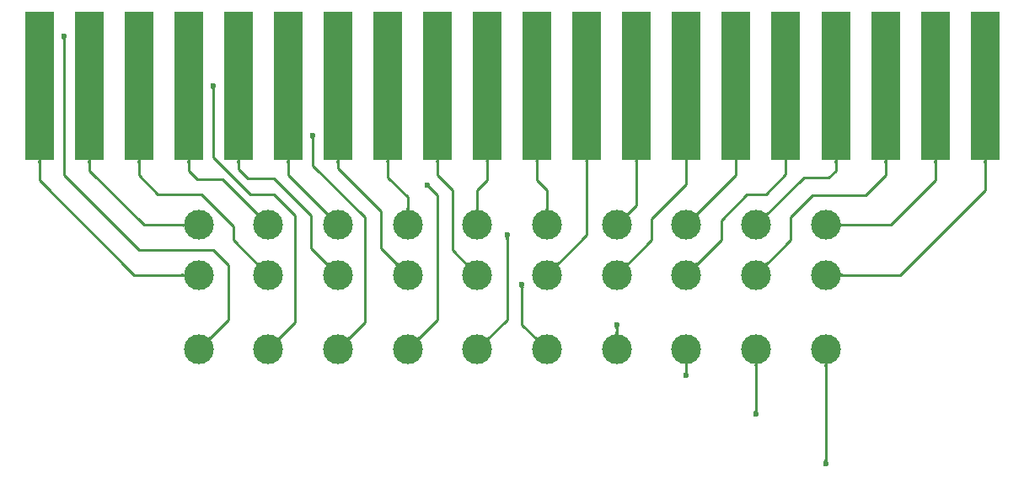
<source format=gbl>
G04*
G04 #@! TF.GenerationSoftware,Altium Limited,Altium Designer,21.3.2 (30)*
G04*
G04 Layer_Physical_Order=2*
G04 Layer_Color=16711680*
%FSLAX25Y25*%
%MOIN*%
G70*
G04*
G04 #@! TF.SameCoordinates,6AE65C0D-1D2A-47B7-BFB0-4F28CD664EAD*
G04*
G04*
G04 #@! TF.FilePolarity,Positive*
G04*
G01*
G75*
%ADD12C,0.02362*%
%ADD13C,0.11811*%
%ADD14R,0.11811X0.59055*%
%ADD15C,0.01000*%
G36*
X16513Y178223D02*
X16457Y178150D01*
X16408Y178072D01*
X16366Y177987D01*
X16330Y177896D01*
X16300Y177800D01*
X16277Y177698D01*
X16261Y177589D01*
X16251Y177475D01*
X16248Y177355D01*
X15248D01*
X15245Y177475D01*
X15235Y177589D01*
X15219Y177698D01*
X15196Y177800D01*
X15166Y177896D01*
X15130Y177987D01*
X15088Y178072D01*
X15039Y178150D01*
X14983Y178223D01*
X14921Y178290D01*
X16575D01*
X16513Y178223D01*
D02*
G37*
G36*
X75568Y158538D02*
X75512Y158465D01*
X75463Y158387D01*
X75421Y158302D01*
X75385Y158211D01*
X75355Y158115D01*
X75333Y158013D01*
X75316Y157904D01*
X75306Y157790D01*
X75303Y157670D01*
X74303D01*
X74300Y157790D01*
X74290Y157904D01*
X74274Y158013D01*
X74251Y158115D01*
X74221Y158211D01*
X74186Y158302D01*
X74143Y158387D01*
X74094Y158465D01*
X74038Y158538D01*
X73976Y158605D01*
X75630D01*
X75568Y158538D01*
D02*
G37*
G36*
X114938Y138853D02*
X114882Y138780D01*
X114833Y138702D01*
X114791Y138617D01*
X114755Y138526D01*
X114725Y138430D01*
X114703Y138328D01*
X114686Y138219D01*
X114676Y138105D01*
X114673Y137985D01*
X113673D01*
X113670Y138105D01*
X113660Y138219D01*
X113644Y138328D01*
X113621Y138430D01*
X113592Y138526D01*
X113556Y138617D01*
X113513Y138702D01*
X113464Y138780D01*
X113409Y138853D01*
X113347Y138920D01*
X115000D01*
X114938Y138853D01*
D02*
G37*
G36*
X105236Y129935D02*
X105151Y129905D01*
X105076Y129854D01*
X105011Y129783D01*
X104956Y129692D01*
X104911Y129581D01*
X104876Y129449D01*
X104851Y129298D01*
X104836Y129125D01*
X104831Y128933D01*
X103831D01*
X103826Y129125D01*
X103811Y129298D01*
X103786Y129449D01*
X103751Y129581D01*
X103706Y129692D01*
X103651Y129783D01*
X103586Y129854D01*
X103511Y129905D01*
X103426Y129935D01*
X103331Y129945D01*
X105331D01*
X105236Y129935D01*
D02*
G37*
G36*
X85551D02*
X85466Y129905D01*
X85391Y129854D01*
X85326Y129783D01*
X85271Y129692D01*
X85226Y129581D01*
X85191Y129449D01*
X85166Y129298D01*
X85151Y129125D01*
X85146Y128933D01*
X84146D01*
X84141Y129125D01*
X84126Y129298D01*
X84101Y129449D01*
X84066Y129581D01*
X84021Y129692D01*
X83966Y129783D01*
X83901Y129854D01*
X83826Y129905D01*
X83741Y129935D01*
X83646Y129945D01*
X85646D01*
X85551Y129935D01*
D02*
G37*
G36*
X65866D02*
X65781Y129905D01*
X65706Y129854D01*
X65641Y129783D01*
X65586Y129692D01*
X65541Y129581D01*
X65506Y129449D01*
X65481Y129298D01*
X65466Y129125D01*
X65461Y128933D01*
X64461D01*
X64456Y129125D01*
X64441Y129298D01*
X64416Y129449D01*
X64381Y129581D01*
X64336Y129692D01*
X64281Y129783D01*
X64216Y129854D01*
X64141Y129905D01*
X64056Y129935D01*
X63961Y129945D01*
X65961D01*
X65866Y129935D01*
D02*
G37*
G36*
X46181D02*
X46096Y129905D01*
X46021Y129854D01*
X45956Y129783D01*
X45901Y129692D01*
X45856Y129581D01*
X45821Y129449D01*
X45796Y129298D01*
X45781Y129125D01*
X45776Y128933D01*
X44776D01*
X44771Y129125D01*
X44756Y129298D01*
X44731Y129449D01*
X44696Y129581D01*
X44651Y129692D01*
X44596Y129783D01*
X44531Y129854D01*
X44456Y129905D01*
X44371Y129935D01*
X44276Y129945D01*
X46276D01*
X46181Y129935D01*
D02*
G37*
G36*
X26496D02*
X26411Y129905D01*
X26336Y129854D01*
X26271Y129783D01*
X26216Y129692D01*
X26171Y129581D01*
X26136Y129449D01*
X26111Y129298D01*
X26096Y129125D01*
X26091Y128933D01*
X25091D01*
X25086Y129125D01*
X25071Y129298D01*
X25046Y129449D01*
X25011Y129581D01*
X24966Y129692D01*
X24911Y129783D01*
X24846Y129854D01*
X24771Y129905D01*
X24686Y129935D01*
X24591Y129945D01*
X26591D01*
X26496Y129935D01*
D02*
G37*
G36*
X6810D02*
X6725Y129905D01*
X6650Y129854D01*
X6585Y129783D01*
X6531Y129692D01*
X6486Y129581D01*
X6451Y129449D01*
X6425Y129298D01*
X6410Y129125D01*
X6406Y128933D01*
X5406D01*
X5401Y129125D01*
X5385Y129298D01*
X5361Y129449D01*
X5325Y129581D01*
X5280Y129692D01*
X5226Y129783D01*
X5161Y129854D01*
X5085Y129905D01*
X5001Y129935D01*
X4905Y129945D01*
X6905D01*
X6810Y129935D01*
D02*
G37*
G36*
X92078Y109424D02*
X92208Y109315D01*
X92332Y109226D01*
X92451Y109156D01*
X92565Y109107D01*
X92672Y109077D01*
X92775Y109066D01*
X92871Y109076D01*
X92963Y109105D01*
X93048Y109153D01*
X91634Y107739D01*
X91683Y107825D01*
X91712Y107916D01*
X91721Y108013D01*
X91711Y108115D01*
X91681Y108223D01*
X91631Y108336D01*
X91562Y108455D01*
X91473Y108580D01*
X91364Y108710D01*
X91235Y108845D01*
X91942Y109552D01*
X92078Y109424D01*
D02*
G37*
G36*
X63077Y103331D02*
X63051Y103426D01*
X63007Y103511D01*
X62946Y103586D01*
X62866Y103651D01*
X62768Y103706D01*
X62653Y103751D01*
X62520Y103786D01*
X62369Y103811D01*
X62200Y103826D01*
X62013Y103831D01*
Y104831D01*
X62200Y104836D01*
X62369Y104851D01*
X62520Y104876D01*
X62653Y104911D01*
X62768Y104956D01*
X62866Y105011D01*
X62946Y105076D01*
X63007Y105151D01*
X63051Y105236D01*
X63077Y105331D01*
Y103331D01*
D02*
G37*
G36*
X92078Y89739D02*
X92208Y89630D01*
X92332Y89541D01*
X92451Y89471D01*
X92565Y89422D01*
X92672Y89392D01*
X92775Y89381D01*
X92871Y89391D01*
X92963Y89420D01*
X93048Y89468D01*
X91634Y88054D01*
X91683Y88140D01*
X91712Y88231D01*
X91721Y88328D01*
X91711Y88430D01*
X91681Y88538D01*
X91631Y88651D01*
X91562Y88770D01*
X91473Y88894D01*
X91364Y89025D01*
X91235Y89160D01*
X91942Y89867D01*
X92078Y89739D01*
D02*
G37*
G36*
X63077Y83646D02*
X63051Y83741D01*
X63007Y83826D01*
X62946Y83901D01*
X62866Y83966D01*
X62768Y84021D01*
X62653Y84066D01*
X62520Y84101D01*
X62369Y84126D01*
X62200Y84141D01*
X62013Y84146D01*
Y85146D01*
X62200Y85151D01*
X62369Y85166D01*
X62520Y85191D01*
X62653Y85226D01*
X62768Y85271D01*
X62866Y85326D01*
X62946Y85391D01*
X63007Y85466D01*
X63051Y85551D01*
X63077Y85646D01*
Y83646D01*
D02*
G37*
G36*
X101678Y59632D02*
X101550Y59497D01*
X101441Y59367D01*
X101352Y59242D01*
X101282Y59123D01*
X101233Y59010D01*
X101203Y58902D01*
X101192Y58800D01*
X101202Y58703D01*
X101231Y58612D01*
X101279Y58526D01*
X99865Y59941D01*
X99951Y59892D01*
X100042Y59863D01*
X100139Y59854D01*
X100241Y59864D01*
X100349Y59894D01*
X100462Y59944D01*
X100581Y60013D01*
X100706Y60102D01*
X100836Y60211D01*
X100971Y60340D01*
X101678Y59632D01*
D02*
G37*
G36*
X74119D02*
X73991Y59497D01*
X73882Y59367D01*
X73793Y59242D01*
X73723Y59123D01*
X73674Y59010D01*
X73643Y58902D01*
X73633Y58800D01*
X73642Y58703D01*
X73672Y58612D01*
X73720Y58526D01*
X72306Y59941D01*
X72392Y59892D01*
X72483Y59863D01*
X72580Y59854D01*
X72682Y59864D01*
X72790Y59894D01*
X72903Y59944D01*
X73022Y60013D01*
X73146Y60102D01*
X73277Y60211D01*
X73412Y60340D01*
X74119Y59632D01*
D02*
G37*
G36*
X129237D02*
X129109Y59497D01*
X129000Y59367D01*
X128911Y59242D01*
X128841Y59123D01*
X128792Y59010D01*
X128762Y58902D01*
X128751Y58800D01*
X128761Y58703D01*
X128790Y58612D01*
X128838Y58526D01*
X127424Y59941D01*
X127510Y59892D01*
X127601Y59863D01*
X127698Y59854D01*
X127800Y59864D01*
X127908Y59894D01*
X128021Y59944D01*
X128140Y60013D01*
X128265Y60102D01*
X128395Y60211D01*
X128530Y60340D01*
X129237Y59632D01*
D02*
G37*
G36*
X119501Y89867D02*
X119637Y89739D01*
X119767Y89630D01*
X119891Y89541D01*
X120010Y89471D01*
X120124Y89422D01*
X120231Y89392D01*
X120334Y89381D01*
X120431Y89391D01*
X120522Y89420D01*
X120607Y89468D01*
X119193Y88054D01*
X119242Y88140D01*
X119271Y88231D01*
X119280Y88328D01*
X119270Y88430D01*
X119240Y88538D01*
X119190Y88651D01*
X119121Y88770D01*
X119032Y88894D01*
X118923Y89025D01*
X118794Y89160D01*
X119501Y89867D01*
D02*
G37*
G36*
X156796Y59632D02*
X156668Y59497D01*
X156559Y59367D01*
X156470Y59242D01*
X156401Y59123D01*
X156351Y59010D01*
X156321Y58902D01*
X156310Y58800D01*
X156320Y58703D01*
X156349Y58612D01*
X156397Y58526D01*
X154983Y59941D01*
X155069Y59892D01*
X155160Y59863D01*
X155257Y59854D01*
X155359Y59864D01*
X155467Y59894D01*
X155580Y59944D01*
X155699Y60013D01*
X155824Y60102D01*
X155954Y60211D01*
X156089Y60340D01*
X156796Y59632D01*
D02*
G37*
G36*
X147060Y89867D02*
X147196Y89739D01*
X147326Y89630D01*
X147450Y89541D01*
X147569Y89471D01*
X147683Y89422D01*
X147791Y89392D01*
X147893Y89381D01*
X147990Y89391D01*
X148081Y89420D01*
X148166Y89468D01*
X146752Y88054D01*
X146801Y88140D01*
X146830Y88231D01*
X146839Y88328D01*
X146829Y88430D01*
X146799Y88538D01*
X146749Y88651D01*
X146680Y88770D01*
X146591Y88894D01*
X146482Y89025D01*
X146353Y89160D01*
X147060Y89867D01*
D02*
G37*
G36*
X119501Y109552D02*
X119637Y109424D01*
X119767Y109315D01*
X119891Y109226D01*
X120010Y109156D01*
X120124Y109107D01*
X120231Y109077D01*
X120334Y109066D01*
X120431Y109076D01*
X120522Y109105D01*
X120607Y109153D01*
X119193Y107739D01*
X119242Y107825D01*
X119271Y107916D01*
X119280Y108013D01*
X119270Y108115D01*
X119240Y108223D01*
X119190Y108336D01*
X119121Y108455D01*
X119032Y108580D01*
X118923Y108710D01*
X118794Y108845D01*
X119501Y109552D01*
D02*
G37*
G36*
X123516Y128933D02*
X123511Y129125D01*
X123496Y129298D01*
X123471Y129449D01*
X123436Y129581D01*
X123391Y129692D01*
X123336Y129783D01*
X123271Y129854D01*
X123196Y129905D01*
X123111Y129935D01*
X123016Y129945D01*
X125016D01*
X124921Y129935D01*
X124836Y129905D01*
X124761Y129854D01*
X124696Y129783D01*
X124641Y129692D01*
X124596Y129581D01*
X124561Y129449D01*
X124536Y129298D01*
X124521Y129125D01*
X124516Y128933D01*
X123516D01*
D02*
G37*
G36*
X152075Y111215D02*
X152080Y111028D01*
X152095Y110859D01*
X152120Y110708D01*
X152155Y110575D01*
X152200Y110460D01*
X152255Y110362D01*
X152320Y110283D01*
X152395Y110221D01*
X152480Y110177D01*
X152575Y110151D01*
X150575D01*
X150670Y110177D01*
X150755Y110221D01*
X150830Y110283D01*
X150895Y110362D01*
X150950Y110460D01*
X150995Y110575D01*
X151030Y110708D01*
X151055Y110859D01*
X151070Y111028D01*
X151075Y111215D01*
X152075D01*
D02*
G37*
G36*
X143201Y128933D02*
X143196Y129125D01*
X143181Y129298D01*
X143156Y129449D01*
X143121Y129581D01*
X143076Y129692D01*
X143021Y129783D01*
X142956Y129854D01*
X142881Y129905D01*
X142796Y129935D01*
X142701Y129945D01*
X144701D01*
X144606Y129935D01*
X144521Y129905D01*
X144446Y129854D01*
X144381Y129783D01*
X144326Y129692D01*
X144281Y129581D01*
X144246Y129449D01*
X144221Y129298D01*
X144206Y129125D01*
X144201Y128933D01*
X143201D01*
D02*
G37*
G36*
X184355Y59632D02*
X184227Y59497D01*
X184118Y59367D01*
X184029Y59242D01*
X183959Y59123D01*
X183910Y59010D01*
X183880Y58902D01*
X183869Y58800D01*
X183879Y58703D01*
X183908Y58612D01*
X183957Y58526D01*
X182542Y59941D01*
X182628Y59892D01*
X182719Y59863D01*
X182816Y59854D01*
X182918Y59864D01*
X183026Y59894D01*
X183139Y59944D01*
X183258Y60013D01*
X183383Y60102D01*
X183513Y60211D01*
X183648Y60340D01*
X184355Y59632D01*
D02*
G37*
G36*
X174619Y89867D02*
X174755Y89739D01*
X174885Y89630D01*
X175010Y89541D01*
X175128Y89471D01*
X175242Y89422D01*
X175350Y89392D01*
X175452Y89381D01*
X175549Y89391D01*
X175640Y89420D01*
X175725Y89468D01*
X174311Y88054D01*
X174360Y88140D01*
X174389Y88231D01*
X174398Y88328D01*
X174388Y88430D01*
X174358Y88538D01*
X174308Y88651D01*
X174239Y88770D01*
X174150Y88894D01*
X174041Y89025D01*
X173912Y89160D01*
X174619Y89867D01*
D02*
G37*
G36*
X179634Y111215D02*
X179639Y111028D01*
X179654Y110859D01*
X179679Y110708D01*
X179714Y110575D01*
X179759Y110460D01*
X179814Y110362D01*
X179879Y110283D01*
X179954Y110221D01*
X180039Y110177D01*
X180134Y110151D01*
X178134D01*
X178229Y110177D01*
X178314Y110221D01*
X178389Y110283D01*
X178454Y110362D01*
X178509Y110460D01*
X178554Y110575D01*
X178589Y110708D01*
X178614Y110859D01*
X178629Y111028D01*
X178634Y111215D01*
X179634D01*
D02*
G37*
G36*
X190445Y98615D02*
X190442Y98735D01*
X190432Y98849D01*
X190416Y98957D01*
X190393Y99060D01*
X190363Y99156D01*
X190327Y99247D01*
X190285Y99331D01*
X190236Y99410D01*
X190180Y99483D01*
X190118Y99550D01*
X191772D01*
X191710Y99483D01*
X191654Y99410D01*
X191605Y99331D01*
X191562Y99247D01*
X191527Y99156D01*
X191497Y99060D01*
X191474Y98957D01*
X191458Y98849D01*
X191448Y98735D01*
X191445Y98615D01*
X190445D01*
D02*
G37*
G36*
X160353Y118467D02*
X160266Y118550D01*
X160178Y118624D01*
X160090Y118689D01*
X160002Y118745D01*
X159913Y118792D01*
X159823Y118831D01*
X159733Y118861D01*
X159643Y118882D01*
X159552Y118894D01*
X159461Y118898D01*
X160630Y120067D01*
X160633Y119976D01*
X160646Y119885D01*
X160667Y119794D01*
X160696Y119704D01*
X160735Y119615D01*
X160783Y119526D01*
X160839Y119438D01*
X160904Y119349D01*
X160977Y119262D01*
X161060Y119175D01*
X160353Y118467D01*
D02*
G37*
G36*
X162886Y128933D02*
X162881Y129125D01*
X162866Y129298D01*
X162841Y129449D01*
X162806Y129581D01*
X162761Y129692D01*
X162706Y129783D01*
X162641Y129854D01*
X162566Y129905D01*
X162481Y129935D01*
X162386Y129945D01*
X164386D01*
X164291Y129935D01*
X164206Y129905D01*
X164131Y129854D01*
X164066Y129783D01*
X164011Y129692D01*
X163966Y129581D01*
X163931Y129449D01*
X163906Y129298D01*
X163891Y129125D01*
X163886Y128933D01*
X162886D01*
D02*
G37*
G36*
X182571D02*
X182566Y129125D01*
X182551Y129298D01*
X182526Y129449D01*
X182491Y129581D01*
X182446Y129692D01*
X182391Y129783D01*
X182326Y129854D01*
X182251Y129905D01*
X182166Y129935D01*
X182071Y129945D01*
X184071D01*
X183976Y129935D01*
X183891Y129905D01*
X183816Y129854D01*
X183751Y129783D01*
X183696Y129692D01*
X183651Y129581D01*
X183616Y129449D01*
X183591Y129298D01*
X183576Y129125D01*
X183571Y128933D01*
X182571D01*
D02*
G37*
G36*
X380826Y129935D02*
X380741Y129905D01*
X380666Y129854D01*
X380601Y129783D01*
X380546Y129692D01*
X380501Y129581D01*
X380466Y129449D01*
X380441Y129298D01*
X380426Y129125D01*
X380421Y128933D01*
X379421D01*
X379416Y129125D01*
X379401Y129298D01*
X379376Y129449D01*
X379341Y129581D01*
X379296Y129692D01*
X379241Y129783D01*
X379176Y129854D01*
X379101Y129905D01*
X379016Y129935D01*
X378921Y129945D01*
X380921D01*
X380826Y129935D01*
D02*
G37*
G36*
X361141D02*
X361056Y129905D01*
X360981Y129854D01*
X360916Y129783D01*
X360861Y129692D01*
X360816Y129581D01*
X360781Y129449D01*
X360756Y129298D01*
X360741Y129125D01*
X360736Y128933D01*
X359736D01*
X359731Y129125D01*
X359716Y129298D01*
X359691Y129449D01*
X359656Y129581D01*
X359611Y129692D01*
X359556Y129783D01*
X359491Y129854D01*
X359416Y129905D01*
X359331Y129935D01*
X359236Y129945D01*
X361236D01*
X361141Y129935D01*
D02*
G37*
G36*
X341456D02*
X341371Y129905D01*
X341296Y129854D01*
X341231Y129783D01*
X341176Y129692D01*
X341131Y129581D01*
X341096Y129449D01*
X341071Y129298D01*
X341056Y129125D01*
X341051Y128933D01*
X340051D01*
X340046Y129125D01*
X340031Y129298D01*
X340006Y129449D01*
X339971Y129581D01*
X339926Y129692D01*
X339871Y129783D01*
X339806Y129854D01*
X339731Y129905D01*
X339646Y129935D01*
X339551Y129945D01*
X341551D01*
X341456Y129935D01*
D02*
G37*
G36*
X321771D02*
X321686Y129905D01*
X321611Y129854D01*
X321546Y129783D01*
X321491Y129692D01*
X321446Y129581D01*
X321411Y129449D01*
X321386Y129298D01*
X321371Y129125D01*
X321366Y128933D01*
X320366D01*
X320361Y129125D01*
X320346Y129298D01*
X320321Y129449D01*
X320286Y129581D01*
X320241Y129692D01*
X320186Y129783D01*
X320121Y129854D01*
X320046Y129905D01*
X319961Y129935D01*
X319866Y129945D01*
X321866D01*
X321771Y129935D01*
D02*
G37*
G36*
X302086D02*
X302001Y129905D01*
X301926Y129854D01*
X301861Y129783D01*
X301806Y129692D01*
X301761Y129581D01*
X301726Y129449D01*
X301701Y129298D01*
X301686Y129125D01*
X301681Y128933D01*
X300681D01*
X300676Y129125D01*
X300661Y129298D01*
X300636Y129449D01*
X300601Y129581D01*
X300556Y129692D01*
X300501Y129783D01*
X300436Y129854D01*
X300361Y129905D01*
X300276Y129935D01*
X300181Y129945D01*
X302181D01*
X302086Y129935D01*
D02*
G37*
G36*
X282401D02*
X282316Y129905D01*
X282241Y129854D01*
X282176Y129783D01*
X282121Y129692D01*
X282076Y129581D01*
X282041Y129449D01*
X282016Y129298D01*
X282001Y129125D01*
X281996Y128933D01*
X280996D01*
X280991Y129125D01*
X280976Y129298D01*
X280951Y129449D01*
X280916Y129581D01*
X280871Y129692D01*
X280816Y129783D01*
X280751Y129854D01*
X280676Y129905D01*
X280591Y129935D01*
X280496Y129945D01*
X282496D01*
X282401Y129935D01*
D02*
G37*
G36*
X262716D02*
X262631Y129905D01*
X262556Y129854D01*
X262491Y129783D01*
X262436Y129692D01*
X262391Y129581D01*
X262356Y129449D01*
X262331Y129298D01*
X262316Y129125D01*
X262311Y128933D01*
X261311D01*
X261306Y129125D01*
X261291Y129298D01*
X261266Y129449D01*
X261231Y129581D01*
X261186Y129692D01*
X261131Y129783D01*
X261066Y129854D01*
X260991Y129905D01*
X260906Y129935D01*
X260811Y129945D01*
X262811D01*
X262716Y129935D01*
D02*
G37*
G36*
X243031D02*
X242946Y129905D01*
X242871Y129854D01*
X242806Y129783D01*
X242751Y129692D01*
X242706Y129581D01*
X242671Y129449D01*
X242646Y129298D01*
X242631Y129125D01*
X242626Y128933D01*
X241626D01*
X241621Y129125D01*
X241606Y129298D01*
X241581Y129449D01*
X241546Y129581D01*
X241501Y129692D01*
X241446Y129783D01*
X241381Y129854D01*
X241306Y129905D01*
X241221Y129935D01*
X241126Y129945D01*
X243126D01*
X243031Y129935D01*
D02*
G37*
G36*
X223346D02*
X223261Y129905D01*
X223186Y129854D01*
X223121Y129783D01*
X223066Y129692D01*
X223021Y129581D01*
X222986Y129449D01*
X222961Y129298D01*
X222946Y129125D01*
X222941Y128933D01*
X221941D01*
X221936Y129125D01*
X221921Y129298D01*
X221896Y129449D01*
X221861Y129581D01*
X221816Y129692D01*
X221761Y129783D01*
X221696Y129854D01*
X221621Y129905D01*
X221536Y129935D01*
X221441Y129945D01*
X223441D01*
X223346Y129935D01*
D02*
G37*
G36*
X203661D02*
X203576Y129905D01*
X203501Y129854D01*
X203436Y129783D01*
X203381Y129692D01*
X203336Y129581D01*
X203301Y129449D01*
X203276Y129298D01*
X203261Y129125D01*
X203256Y128933D01*
X202256D01*
X202251Y129125D01*
X202236Y129298D01*
X202211Y129449D01*
X202176Y129581D01*
X202131Y129692D01*
X202076Y129783D01*
X202011Y129854D01*
X201936Y129905D01*
X201851Y129935D01*
X201756Y129945D01*
X203756D01*
X203661Y129935D01*
D02*
G37*
G36*
X207198Y111028D02*
X207213Y110859D01*
X207238Y110708D01*
X207273Y110575D01*
X207318Y110460D01*
X207373Y110362D01*
X207438Y110283D01*
X207513Y110221D01*
X207598Y110177D01*
X207693Y110151D01*
X205693D01*
X205788Y110177D01*
X205873Y110221D01*
X205948Y110283D01*
X206013Y110362D01*
X206068Y110460D01*
X206113Y110575D01*
X206148Y110708D01*
X206173Y110859D01*
X206188Y111028D01*
X206193Y111215D01*
X207193D01*
X207198Y111028D01*
D02*
G37*
G36*
X294592Y108845D02*
X294463Y108710D01*
X294354Y108580D01*
X294265Y108455D01*
X294196Y108336D01*
X294146Y108223D01*
X294116Y108115D01*
X294106Y108013D01*
X294115Y107916D01*
X294144Y107825D01*
X294193Y107739D01*
X292778Y109153D01*
X292864Y109105D01*
X292955Y109076D01*
X293052Y109066D01*
X293154Y109077D01*
X293262Y109107D01*
X293375Y109156D01*
X293494Y109226D01*
X293619Y109315D01*
X293749Y109424D01*
X293884Y109552D01*
X294592Y108845D01*
D02*
G37*
G36*
X267033D02*
X266904Y108710D01*
X266795Y108580D01*
X266706Y108455D01*
X266637Y108336D01*
X266587Y108223D01*
X266557Y108115D01*
X266547Y108013D01*
X266556Y107916D01*
X266585Y107825D01*
X266634Y107739D01*
X265219Y109153D01*
X265305Y109105D01*
X265396Y109076D01*
X265493Y109066D01*
X265595Y109077D01*
X265703Y109107D01*
X265816Y109156D01*
X265935Y109226D01*
X266060Y109315D01*
X266190Y109424D01*
X266325Y109552D01*
X267033Y108845D01*
D02*
G37*
G36*
X239474D02*
X239345Y108710D01*
X239236Y108580D01*
X239147Y108455D01*
X239078Y108336D01*
X239028Y108223D01*
X238998Y108115D01*
X238987Y108013D01*
X238997Y107916D01*
X239026Y107825D01*
X239075Y107739D01*
X237660Y109153D01*
X237746Y109105D01*
X237837Y109076D01*
X237934Y109066D01*
X238036Y109077D01*
X238144Y109107D01*
X238257Y109156D01*
X238376Y109226D01*
X238501Y109315D01*
X238631Y109424D01*
X238766Y109552D01*
X239474Y108845D01*
D02*
G37*
G36*
X322776Y105236D02*
X322819Y105151D01*
X322881Y105076D01*
X322961Y105011D01*
X323058Y104956D01*
X323174Y104911D01*
X323307Y104876D01*
X323458Y104851D01*
X323627Y104836D01*
X323814Y104831D01*
Y103831D01*
X323627Y103826D01*
X323458Y103811D01*
X323307Y103786D01*
X323174Y103751D01*
X323058Y103706D01*
X322961Y103651D01*
X322881Y103586D01*
X322819Y103511D01*
X322776Y103426D01*
X322749Y103331D01*
Y105331D01*
X322776Y105236D01*
D02*
G37*
G36*
X294592Y89160D02*
X294463Y89025D01*
X294354Y88894D01*
X294265Y88770D01*
X294196Y88651D01*
X294146Y88538D01*
X294116Y88430D01*
X294106Y88328D01*
X294115Y88231D01*
X294144Y88140D01*
X294193Y88054D01*
X292778Y89468D01*
X292864Y89420D01*
X292955Y89391D01*
X293052Y89381D01*
X293154Y89392D01*
X293262Y89422D01*
X293375Y89471D01*
X293494Y89541D01*
X293619Y89630D01*
X293749Y89739D01*
X293884Y89867D01*
X294592Y89160D01*
D02*
G37*
G36*
X267033D02*
X266904Y89025D01*
X266795Y88894D01*
X266706Y88770D01*
X266637Y88651D01*
X266587Y88538D01*
X266557Y88430D01*
X266547Y88328D01*
X266556Y88231D01*
X266585Y88140D01*
X266634Y88054D01*
X265219Y89468D01*
X265305Y89420D01*
X265396Y89391D01*
X265493Y89381D01*
X265595Y89392D01*
X265703Y89422D01*
X265816Y89471D01*
X265935Y89541D01*
X266060Y89630D01*
X266190Y89739D01*
X266325Y89867D01*
X267033Y89160D01*
D02*
G37*
G36*
X239474D02*
X239345Y89025D01*
X239236Y88894D01*
X239147Y88770D01*
X239078Y88651D01*
X239028Y88538D01*
X238998Y88430D01*
X238987Y88328D01*
X238997Y88231D01*
X239026Y88140D01*
X239075Y88054D01*
X237660Y89468D01*
X237746Y89420D01*
X237837Y89391D01*
X237934Y89381D01*
X238036Y89392D01*
X238144Y89422D01*
X238257Y89471D01*
X238376Y89541D01*
X238501Y89630D01*
X238631Y89739D01*
X238766Y89867D01*
X239474Y89160D01*
D02*
G37*
G36*
X211914D02*
X211786Y89025D01*
X211677Y88894D01*
X211588Y88770D01*
X211519Y88651D01*
X211469Y88538D01*
X211439Y88430D01*
X211428Y88328D01*
X211438Y88231D01*
X211467Y88140D01*
X211515Y88054D01*
X210101Y89468D01*
X210187Y89420D01*
X210278Y89391D01*
X210375Y89381D01*
X210477Y89392D01*
X210585Y89422D01*
X210698Y89471D01*
X210817Y89541D01*
X210942Y89630D01*
X211072Y89739D01*
X211207Y89867D01*
X211914Y89160D01*
D02*
G37*
G36*
X322776Y85551D02*
X322819Y85466D01*
X322881Y85391D01*
X322961Y85326D01*
X323058Y85271D01*
X323174Y85226D01*
X323307Y85191D01*
X323458Y85166D01*
X323627Y85151D01*
X323814Y85146D01*
Y84146D01*
X323627Y84141D01*
X323458Y84126D01*
X323307Y84101D01*
X323174Y84066D01*
X323058Y84021D01*
X322961Y83966D01*
X322881Y83901D01*
X322819Y83826D01*
X322776Y83741D01*
X322749Y83646D01*
Y85646D01*
X322776Y85551D01*
D02*
G37*
G36*
X197615Y79798D02*
X197559Y79725D01*
X197511Y79646D01*
X197468Y79562D01*
X197432Y79471D01*
X197403Y79375D01*
X197380Y79272D01*
X197363Y79164D01*
X197354Y79050D01*
X197350Y78930D01*
X196350D01*
X196347Y79050D01*
X196337Y79164D01*
X196321Y79272D01*
X196298Y79375D01*
X196269Y79471D01*
X196233Y79562D01*
X196190Y79646D01*
X196141Y79725D01*
X196086Y79798D01*
X196024Y79865D01*
X197677D01*
X197615Y79798D01*
D02*
G37*
G36*
X235017Y64050D02*
X234961Y63977D01*
X234912Y63898D01*
X234870Y63814D01*
X234834Y63723D01*
X234804Y63627D01*
X234781Y63524D01*
X234765Y63416D01*
X234755Y63302D01*
X234752Y63182D01*
X233752D01*
X233749Y63302D01*
X233739Y63416D01*
X233723Y63524D01*
X233700Y63627D01*
X233670Y63723D01*
X233634Y63814D01*
X233592Y63898D01*
X233543Y63977D01*
X233487Y64050D01*
X233425Y64117D01*
X235079D01*
X235017Y64050D01*
D02*
G37*
G36*
X234757Y61816D02*
X234772Y61647D01*
X234797Y61496D01*
X234832Y61363D01*
X234877Y61247D01*
X234932Y61150D01*
X234997Y61070D01*
X235072Y61008D01*
X235157Y60964D01*
X235252Y60938D01*
X233252D01*
X233347Y60964D01*
X233432Y61008D01*
X233507Y61070D01*
X233572Y61150D01*
X233627Y61247D01*
X233672Y61363D01*
X233707Y61496D01*
X233732Y61647D01*
X233747Y61816D01*
X233752Y62002D01*
X234752D01*
X234757Y61816D01*
D02*
G37*
G36*
X202314Y60211D02*
X202444Y60102D01*
X202569Y60013D01*
X202688Y59944D01*
X202801Y59894D01*
X202909Y59864D01*
X203011Y59854D01*
X203108Y59863D01*
X203199Y59892D01*
X203285Y59941D01*
X201870Y58526D01*
X201919Y58612D01*
X201948Y58703D01*
X201957Y58800D01*
X201947Y58902D01*
X201917Y59010D01*
X201867Y59123D01*
X201798Y59242D01*
X201709Y59367D01*
X201600Y59497D01*
X201471Y59632D01*
X202179Y60340D01*
X202314Y60211D01*
D02*
G37*
G36*
X317834Y49272D02*
X317749Y49228D01*
X317674Y49166D01*
X317609Y49086D01*
X317554Y48989D01*
X317509Y48874D01*
X317474Y48740D01*
X317449Y48589D01*
X317434Y48421D01*
X317429Y48234D01*
X316429D01*
X316424Y48421D01*
X316409Y48589D01*
X316384Y48740D01*
X316349Y48874D01*
X316304Y48989D01*
X316249Y49086D01*
X316184Y49166D01*
X316109Y49228D01*
X316024Y49272D01*
X315929Y49298D01*
X317929D01*
X317834Y49272D01*
D02*
G37*
G36*
X290275D02*
X290190Y49228D01*
X290115Y49166D01*
X290050Y49086D01*
X289995Y48989D01*
X289950Y48874D01*
X289915Y48740D01*
X289890Y48589D01*
X289875Y48421D01*
X289870Y48234D01*
X288870D01*
X288865Y48421D01*
X288850Y48589D01*
X288825Y48740D01*
X288790Y48874D01*
X288745Y48989D01*
X288690Y49086D01*
X288625Y49166D01*
X288550Y49228D01*
X288465Y49272D01*
X288370Y49298D01*
X290370D01*
X290275Y49272D01*
D02*
G37*
G36*
X262716D02*
X262631Y49228D01*
X262556Y49166D01*
X262491Y49086D01*
X262436Y48989D01*
X262391Y48874D01*
X262356Y48740D01*
X262331Y48589D01*
X262316Y48421D01*
X262311Y48234D01*
X261311D01*
X261306Y48421D01*
X261291Y48589D01*
X261266Y48740D01*
X261231Y48874D01*
X261186Y48989D01*
X261131Y49086D01*
X261066Y49166D01*
X260991Y49228D01*
X260906Y49272D01*
X260811Y49298D01*
X262811D01*
X262716Y49272D01*
D02*
G37*
G36*
X262314Y46541D02*
X262324Y46426D01*
X262340Y46318D01*
X262363Y46216D01*
X262393Y46119D01*
X262429Y46029D01*
X262471Y45944D01*
X262520Y45865D01*
X262576Y45792D01*
X262638Y45725D01*
X260984D01*
X261046Y45792D01*
X261102Y45865D01*
X261151Y45944D01*
X261193Y46029D01*
X261229Y46119D01*
X261259Y46216D01*
X261282Y46318D01*
X261298Y46426D01*
X261308Y46541D01*
X261311Y46661D01*
X262311D01*
X262314Y46541D01*
D02*
G37*
G36*
X289873Y31186D02*
X289883Y31072D01*
X289899Y30964D01*
X289922Y30861D01*
X289952Y30765D01*
X289988Y30674D01*
X290030Y30590D01*
X290079Y30511D01*
X290135Y30438D01*
X290197Y30371D01*
X288543D01*
X288605Y30438D01*
X288661Y30511D01*
X288710Y30590D01*
X288752Y30674D01*
X288788Y30765D01*
X288818Y30861D01*
X288841Y30964D01*
X288857Y31072D01*
X288867Y31186D01*
X288870Y31306D01*
X289870D01*
X289873Y31186D01*
D02*
G37*
G36*
X317432Y11501D02*
X317442Y11387D01*
X317459Y11279D01*
X317481Y11176D01*
X317511Y11080D01*
X317547Y10989D01*
X317589Y10905D01*
X317638Y10826D01*
X317694Y10753D01*
X317756Y10686D01*
X316102D01*
X316164Y10753D01*
X316220Y10826D01*
X316269Y10905D01*
X316312Y10989D01*
X316347Y11080D01*
X316377Y11176D01*
X316400Y11279D01*
X316416Y11387D01*
X316426Y11501D01*
X316429Y11621D01*
X317429D01*
X317432Y11501D01*
D02*
G37*
D12*
X159449Y120079D02*
D03*
X196850Y80709D02*
D03*
X190945Y100394D02*
D03*
X114173Y139764D02*
D03*
X74803Y159449D02*
D03*
X316929Y9843D02*
D03*
X289370Y29528D02*
D03*
X261811Y44882D02*
D03*
X234252Y64961D02*
D03*
X15748Y179134D02*
D03*
D13*
X234252Y55118D02*
D03*
X68898Y84646D02*
D03*
Y104331D02*
D03*
X206693D02*
D03*
X234252Y84646D02*
D03*
X289370Y104331D02*
D03*
X206693Y84646D02*
D03*
X261811D02*
D03*
X289370D02*
D03*
X234252Y104331D02*
D03*
X316929D02*
D03*
X261811D02*
D03*
X316929Y84646D02*
D03*
X96457Y104331D02*
D03*
X151575D02*
D03*
Y84646D02*
D03*
X96457D02*
D03*
X124016D02*
D03*
X179134D02*
D03*
Y104331D02*
D03*
X124016D02*
D03*
X206693Y55118D02*
D03*
X316929D02*
D03*
X289370D02*
D03*
X261811D02*
D03*
X151575D02*
D03*
X124016D02*
D03*
X96457D02*
D03*
X68898D02*
D03*
X179134D02*
D03*
D14*
X5906Y159449D02*
D03*
X379921D02*
D03*
X360236D02*
D03*
X340551D02*
D03*
X320866D02*
D03*
X301181D02*
D03*
X281496D02*
D03*
X261811D02*
D03*
X242126D02*
D03*
X222441D02*
D03*
X202756D02*
D03*
X183071D02*
D03*
X163386D02*
D03*
X143701D02*
D03*
X124016D02*
D03*
X104331D02*
D03*
X84646D02*
D03*
X64961D02*
D03*
X45276D02*
D03*
X25591D02*
D03*
D15*
X316929Y84646D02*
X346457D01*
X379921Y118110D02*
Y159449D01*
X346457Y84646D02*
X379921Y118110D01*
X316929Y104331D02*
X342520D01*
X360236Y122047D02*
Y159449D01*
X342520Y104331D02*
X360236Y122047D01*
X340551Y124016D02*
Y159449D01*
X332677Y116142D02*
X340551Y124016D01*
X311811Y116142D02*
X332677D01*
X303150Y107480D02*
X311811Y116142D01*
X308268Y123228D02*
X318110D01*
X289370Y104331D02*
X308268Y123228D01*
X318110D02*
X320866Y125984D01*
X289370Y84646D02*
X303150Y98425D01*
Y107480D01*
X320866Y125984D02*
Y159449D01*
X360236D02*
X360236Y159449D01*
X275591Y106299D02*
X285827Y116535D01*
X275591Y98425D02*
Y106299D01*
X285827Y116535D02*
X293307D01*
X301181Y124409D01*
Y159449D01*
X261811Y84646D02*
X275591Y98425D01*
X261811Y104331D02*
X281496Y124016D01*
Y159449D01*
X248031Y98425D02*
Y106693D01*
X261811Y120473D02*
Y159449D01*
X248031Y106693D02*
X261811Y120473D01*
X234252Y84646D02*
X248031Y98425D01*
X242126Y112205D02*
Y159449D01*
X234252Y104331D02*
X242126Y112205D01*
X64961Y125984D02*
Y159449D01*
Y125984D02*
X68504Y122441D01*
X78347D01*
X96457Y104331D01*
X45276Y124016D02*
X52756Y116535D01*
X70079D01*
X82677Y103937D01*
Y98425D02*
Y103937D01*
X84646Y126378D02*
X88189Y122835D01*
X98819D02*
X113386Y108268D01*
X88189Y122835D02*
X98819D01*
X74803Y131102D02*
X89370Y116535D01*
X98819D01*
X107087Y108268D01*
X84646Y126378D02*
Y159449D01*
X113386Y95276D02*
Y108268D01*
X96457Y55118D02*
X107087Y65748D01*
Y108268D01*
X113386Y95276D02*
X124016Y84646D01*
X114173Y127953D02*
Y139764D01*
Y127953D02*
X134646Y107480D01*
Y65748D02*
Y107480D01*
X124016Y126772D02*
X140945Y109843D01*
Y95276D02*
Y109843D01*
X124016Y126772D02*
Y159449D01*
X151575Y104331D02*
Y115354D01*
X143701Y123228D02*
Y159449D01*
Y123228D02*
X151575Y115354D01*
X140945Y95276D02*
X151575Y84646D01*
X124016Y55118D02*
X134646Y65748D01*
X159449Y120079D02*
X163386Y116142D01*
Y66929D02*
Y116142D01*
X151575Y55118D02*
X163386Y66929D01*
Y124016D02*
X169291Y118110D01*
Y94488D02*
Y118110D01*
X163386Y124016D02*
Y159449D01*
X169291Y94488D02*
X179134Y84646D01*
X196850Y64961D02*
X206693Y55118D01*
X196850Y64961D02*
Y80709D01*
X179134Y55118D02*
X190945Y66929D01*
Y100394D01*
X222441D02*
Y159449D01*
X206693Y84646D02*
X222441Y100394D01*
X202756Y122047D02*
Y159449D01*
Y122047D02*
X206693Y118110D01*
Y104331D02*
Y118110D01*
X179134Y104331D02*
Y118110D01*
X183071Y122047D01*
Y159449D01*
X74803Y131102D02*
Y159449D01*
X316929Y9843D02*
Y55118D01*
X289370Y29528D02*
Y55118D01*
X261811Y44882D02*
Y55118D01*
X234252D02*
Y64961D01*
X80709Y66929D02*
Y88583D01*
X68898Y55118D02*
X80709Y66929D01*
X74803Y94488D02*
X80709Y88583D01*
X45276Y94488D02*
X74803D01*
X25591Y125984D02*
X47244Y104331D01*
X68898D01*
X25591Y125984D02*
Y159449D01*
X15748Y124016D02*
Y179134D01*
Y124016D02*
X45276Y94488D01*
X104331Y124016D02*
Y159449D01*
Y124016D02*
X124016Y104331D01*
X82677Y98425D02*
X96457Y84646D01*
X45276Y124016D02*
Y159449D01*
X5906Y122047D02*
Y159449D01*
X43307Y84646D02*
X68898D01*
X5906Y122047D02*
X43307Y84646D01*
M02*

</source>
